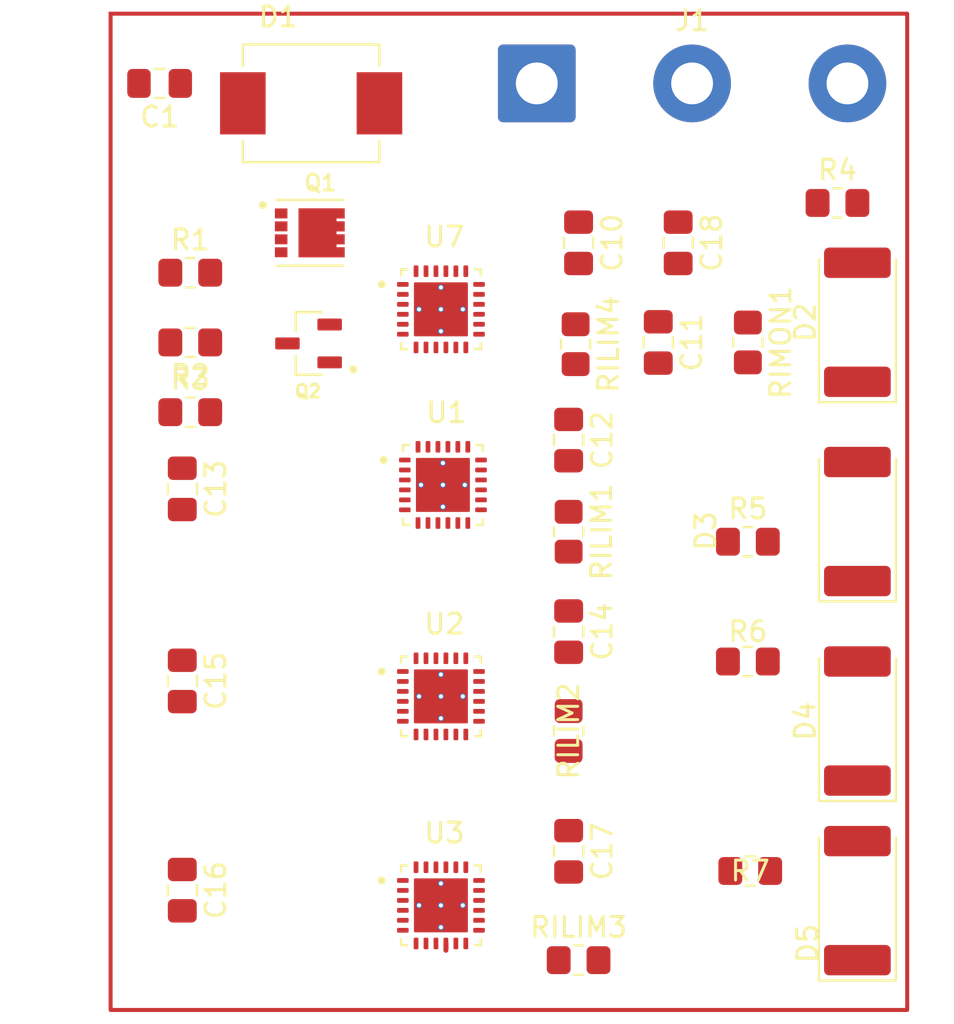
<source format=kicad_pcb>
(kicad_pcb (version 20240108) (generator "pcbnew") (generator_version "8.0")
  (layers (0 "F.Cu" signal) (31 "B.Cu" signal) (34 "B.Paste" user) (35 "F.Paste" user) (36 "B.SilkS" user "B.Silkscreen") (37 "F.SilkS" user "F.Silkscreen") (38 "B.Mask" user) (39 "F.Mask" user) (44 "Edge.Cuts" user))
  (net 0 "")
  (net 1 "Net-(J1-Pin_2)")
  (net 2 "GND")
  (net 3 "Net-(J1-Pin_1)")
  (net 4 "Net-(U1-dVdT)")
  (net 5 "Net-(C13-Pad1)")
  (net 6 "Net-(U1-UVLO)")
  (net 7 "Net-(U1-OVP)")
  (net 8 "Net-(U1-ILIM)")
  (net 9 "Net-(U2-ILIM)")
  (net 10 "Net-(U3-ILIM)")
  (net 11 "Net-(U7-ILIM)")
  (net 12 "Net-(U1-IMON)")
  (net 14 "Net-(U7-PGOOD)")
  (net 21 "Net-(U1-~{SHDN})")
  (net 25 "Net-(D2-A)")
  (net 34 "Net-(D3-A)")
  (net 36 "Net-(U1-PGOOD)")
  (net 44 "Net-(D4-A)")
  (net 49 "Net-(U7-DRV)")
  (net 57 "Net-(U2-PGOOD)")
  (net 58 "Net-(U7-B_GATE)")
  (net 60 "Net-(D5-A)")
  (net 61 "Net-(U3-PGTH)")
  (footprint "Connector_Wire:SolderWire-1.5sqmm_1x03_P7.8mm_D1.7mm_OD3.9mm" (layer "F.Cu") (at 113.4 73)
    (property "Reference" "J1" (at 7.8 -3.15 360) (layer "F.SilkS"))
    (property "Value" "Conn_01x03_Pin")
    (pad "1" thru_hole roundrect (at 0 0) (size 3.9 3.9) (drill 2.1) (layers "*.Cu" "*.Mask") (roundrect_rratio 0.064103) (net 3 "Net-(J1-Pin_1)"))
    (pad "2" thru_hole circle (at 7.8 0) (size 3.9 3.9) (drill 2.1) (layers "*.Cu" "*.Mask") (net 1 "Net-(J1-Pin_2)"))
    (pad "3" thru_hole circle (at 15.6 0) (size 3.9 3.9) (drill 2.1) (layers "*.Cu" "*.Mask") (net 2 "GND"))
  )
  (footprint "Resistor_SMD:R_0805_2012Metric_Pad1.20x1.40mm_HandSolder" (layer "F.Cu") (at 96 86 180)
    (property "Reference" "R2" (at 0 -1.65 0) (layer "F.SilkS"))
    (property "Value" "29.4 kΩ")
    (pad "1" smd roundrect (at -1 0 180) (size 1.2 1.4) (layers "F.Cu" "F.Paste" "F.Mask") (roundrect_rratio 0.208333) (net 6 "Net-(U1-UVLO)"))
    (pad "2" smd roundrect (at 1 0 180) (size 1.2 1.4) (layers "F.Cu" "F.Paste" "F.Mask") (roundrect_rratio 0.208333) (net 7 "Net-(U1-OVP)"))
  )
  (footprint "Capacitor_SMD:C_0805_2012Metric_Pad1.18x1.45mm_HandSolder" (layer "F.Cu") (at 120.5 81 -90)
    (property "Reference" "C18" (at 0 -1.68 90) (layer "F.SilkS"))
    (property "Value" "0.1uF")
    (pad "1" smd roundrect (at -1.0375 0 270) (size 1.175 1.45) (layers "F.Cu" "F.Paste" "F.Mask") (roundrect_rratio 0.212766) (net 3 "Net-(J1-Pin_1)"))
    (pad "2" smd roundrect (at 1.0375 0 270) (size 1.175 1.45) (layers "F.Cu" "F.Paste" "F.Mask") (roundrect_rratio 0.212766) (net 2 "GND"))
  )
  (footprint "Capacitor_SMD:C_0805_2012Metric_Pad1.18x1.45mm_HandSolder" (layer "F.Cu") (at 115 90.9 -90)
    (property "Reference" "C12" (at 0 -1.68 90) (layer "F.SilkS"))
    (property "Value" "0.1uF")
    (pad "1" smd roundrect (at -1.0375 0 270) (size 1.175 1.45) (layers "F.Cu" "F.Paste" "F.Mask") (roundrect_rratio 0.212766) (net 3 "Net-(J1-Pin_1)"))
    (pad "2" smd roundrect (at 1.0375 0 270) (size 1.175 1.45) (layers "F.Cu" "F.Paste" "F.Mask") (roundrect_rratio 0.212766) (net 2 "GND"))
  )
  (footprint "Capacitor_SMD:C_0805_2012Metric_Pad1.18x1.45mm_HandSolder" (layer "F.Cu") (at 115 100.5125 -90)
    (property "Reference" "C14" (at 0 -1.68 90) (layer "F.SilkS"))
    (property "Value" "0.1uF")
    (pad "1" smd roundrect (at -1.0375 0 270) (size 1.175 1.45) (layers "F.Cu" "F.Paste" "F.Mask") (roundrect_rratio 0.212766) (net 3 "Net-(J1-Pin_1)"))
    (pad "2" smd roundrect (at 1.0375 0 270) (size 1.175 1.45) (layers "F.Cu" "F.Paste" "F.Mask") (roundrect_rratio 0.212766) (net 2 "GND"))
  )
  (footprint "LED_SMD:LED_2512_6332Metric_Pad1.52x3.35mm_HandSolder" (layer "F.Cu") (at 129.5 84.9875 90)
    (property "Reference" "D2" (at 0 -2.62 90) (layer "F.SilkS"))
    (property "Value" "LED")
    (pad "1" smd roundrect (at -2.9875 0 90) (size 1.525 3.35) (layers "F.Cu" "F.Paste" "F.Mask") (roundrect_rratio 0.163934) (net 2 "GND"))
    (pad "2" smd roundrect (at 2.9875 0 90) (size 1.525 3.35) (layers "F.Cu" "F.Paste" "F.Mask") (roundrect_rratio 0.163934) (net 25 "Net-(D2-A)"))
  )
  (footprint "LED_SMD:LED_2512_6332Metric_Pad1.52x3.35mm_HandSolder" (layer "F.Cu") (at 129.5 114.0125 90)
    (property "Reference" "D5" (at -2.15 -2.5 90) (layer "F.SilkS"))
    (property "Value" "LED")
    (pad "1" smd roundrect (at -2.9875 0 90) (size 1.525 3.35) (layers "F.Cu" "F.Paste" "F.Mask") (roundrect_rratio 0.163934) (net 2 "GND"))
    (pad "2" smd roundrect (at 2.9875 0 90) (size 1.525 3.35) (layers "F.Cu" "F.Paste" "F.Mask") (roundrect_rratio 0.163934) (net 60 "Net-(D5-A)"))
  )
  (footprint "Resistor_SMD:R_0805_2012Metric_Pad1.20x1.40mm_HandSolder" (layer "F.Cu") (at 115.35 86.0875 -90)
    (property "Reference" "RILIM4" (at 0 -1.65 90) (layer "F.SilkS"))
    (property "Value" "3.33kΩ")
    (pad "1" smd roundrect (at -1 0 270) (size 1.2 1.4) (layers "F.Cu" "F.Paste" "F.Mask") (roundrect_rratio 0.208333) (net 11 "Net-(U7-ILIM)"))
    (pad "2" smd roundrect (at 1 0 270) (size 1.2 1.4) (layers "F.Cu" "F.Paste" "F.Mask") (roundrect_rratio 0.208333) (net 2 "GND"))
  )
  (footprint "LED_SMD:LED_2512_6332Metric_Pad1.52x3.35mm_HandSolder" (layer "F.Cu") (at 129.5 94.9875 90)
    (property "Reference" "D3" (at -0.475 -7.62 90) (layer "F.SilkS"))
    (property "Value" "LED")
    (pad "1" smd roundrect (at -2.9875 0 90) (size 1.525 3.35) (layers "F.Cu" "F.Paste" "F.Mask") (roundrect_rratio 0.163934) (net 2 "GND"))
    (pad "2" smd roundrect (at 2.9875 0 90) (size 1.525 3.35) (layers "F.Cu" "F.Paste" "F.Mask") (roundrect_rratio 0.163934) (net 34 "Net-(D3-A)"))
  )
  (footprint "Footprints:TRANS_CSD19537Q3" (layer "F.Cu") (at 102 80.5)
    (property "Reference" "Q1" (at 0.54 -2.508 0) (layer "F.SilkS") (effects (font (size 0.8 0.8))))
    (property "Value" "CSD19537Q3")
    (pad "1" smd rect (at -1.435 -0.975) (size 0.63 0.5) (layers "F.Cu" "F.Mask") (net 5 "Net-(C13-Pad1)"))
    (pad "2" smd rect (at -1.435 -0.325) (size 0.63 0.5) (layers "F.Cu" "F.Mask") (net 5 "Net-(C13-Pad1)"))
    (pad "3" smd rect (at -1.435 0.325) (size 0.63 0.5) (layers "F.Cu" "F.Mask") (net 5 "Net-(C13-Pad1)"))
    (pad "4" smd rect (at -1.435 0.975) (size 0.63 0.5) (layers "F.Cu" "F.Mask") (net 58 "Net-(U7-B_GATE)"))
    (pad "5_8" smd custom (at 0 0) (size 0.63 0.5) (layers "F.Cu") (net 1 "Net-(J1-Pin_2)") (options (clearance outline) (anchor rect)) (primitives (gr_poly (pts (xy 1.75 -1.225) (xy 1.75 -0.725) (xy 1.34 -0.725) (xy 1.34 -0.575) (xy 1.75 -0.575) (xy 1.75 -0.075) (xy 1.34 -0.075) (xy 1.34 0.075) (xy 1.75 0.075) (xy 1.75 0.575) (xy 1.34 0.575) (xy 1.34 0.725) (xy 1.75 0.725) (xy 1.75 1.225) (xy -0.56 1.225) (xy -0.56 -1.225)) (width 0.01) (fill yes))))
  )
  (footprint "Resistor_SMD:R_0805_2012Metric_Pad1.20x1.40mm_HandSolder" (layer "F.Cu") (at 124 86 -90)
    (property "Reference" "RIMON1" (at 0 -1.65 90) (layer "F.SilkS"))
    (property "Value" "2.46kΩ")
    (pad "1" smd roundrect (at -1 0 270) (size 1.2 1.4) (layers "F.Cu" "F.Paste" "F.Mask") (roundrect_rratio 0.208333) (net 12 "Net-(U1-IMON)"))
    (pad "2" smd roundrect (at 1 0 270) (size 1.2 1.4) (layers "F.Cu" "F.Paste" "F.Mask") (roundrect_rratio 0.208333) (net 2 "GND"))
  )
  (footprint "Capacitor_SMD:C_0805_2012Metric_Pad1.18x1.45mm_HandSolder" (layer "F.Cu") (at 95.6 113.4875 -90)
    (property "Reference" "C16" (at 0 -1.68 90) (layer "F.SilkS"))
    (property "Value" "0.1uF")
    (pad "1" smd roundrect (at -1.0375 0 270) (size 1.175 1.45) (layers "F.Cu" "F.Paste" "F.Mask") (roundrect_rratio 0.212766) (net 5 "Net-(C13-Pad1)"))
    (pad "2" smd roundrect (at 1.0375 0 270) (size 1.175 1.45) (layers "F.Cu" "F.Paste" "F.Mask") (roundrect_rratio 0.212766) (net 2 "GND"))
  )
  (footprint "Capacitor_SMD:C_0805_2012Metric_Pad1.18x1.45mm_HandSolder" (layer "F.Cu") (at 119.5 86 -90)
    (property "Reference" "C11" (at 0 -1.68 90) (layer "F.SilkS"))
    (property "Value" "0.1uF")
    (pad "1" smd roundrect (at -1.0375 0 270) (size 1.175 1.45) (layers "F.Cu" "F.Paste" "F.Mask") (roundrect_rratio 0.212766) (net 4 "Net-(U1-dVdT)"))
    (pad "2" smd roundrect (at 1.0375 0 270) (size 1.175 1.45) (layers "F.Cu" "F.Paste" "F.Mask") (roundrect_rratio 0.212766) (net 2 "GND"))
  )
  (footprint "Resistor_SMD:R_0805_2012Metric_Pad1.20x1.40mm_HandSolder" (layer "F.Cu") (at 124.12 112.525)
    (property "Reference" "R7" (at 0 0 0) (layer "F.SilkS"))
    (property "Value" "29.4 kΩ")
    (pad "1" smd roundrect (at -1 0) (size 1.2 1.4) (layers "F.Cu" "F.Paste" "F.Mask") (roundrect_rratio 0.208333) (net 61 "Net-(U3-PGTH)"))
    (pad "2" smd roundrect (at 1 0) (size 1.2 1.4) (layers "F.Cu" "F.Paste" "F.Mask") (roundrect_rratio 0.208333) (net 60 "Net-(D5-A)"))
  )
  (footprint "Capacitor_SMD:C_0805_2012Metric_Pad1.18x1.45mm_HandSolder" (layer "F.Cu") (at 95.6 102.9875 -90)
    (property "Reference" "C15" (at 0 -1.68 90) (layer "F.SilkS"))
    (property "Value" "0.1uF")
    (pad "1" smd roundrect (at -1.0375 0 270) (size 1.175 1.45) (layers "F.Cu" "F.Paste" "F.Mask") (roundrect_rratio 0.212766) (net 5 "Net-(C13-Pad1)"))
    (pad "2" smd roundrect (at 1.0375 0 270) (size 1.175 1.45) (layers "F.Cu" "F.Paste" "F.Mask") (roundrect_rratio 0.212766) (net 2 "GND"))
  )
  (footprint "Capacitor_SMD:C_0805_2012Metric_Pad1.18x1.45mm_HandSolder" (layer "F.Cu") (at 94.4625 73 180)
    (property "Reference" "C1" (at 0 -1.68 0) (layer "F.SilkS"))
    (property "Value" "1uF")
    (pad "1" smd roundrect (at -1.0375 0 180) (size 1.175 1.45) (layers "F.Cu" "F.Paste" "F.Mask") (roundrect_rratio 0.212766) (net 1 "Net-(J1-Pin_2)"))
    (pad "2" smd roundrect (at 1.0375 0 180) (size 1.175 1.45) (layers "F.Cu" "F.Paste" "F.Mask") (roundrect_rratio 0.212766) (net 2 "GND"))
  )
  (footprint "Footprints:QFN50P400X400X100-25N" (layer "F.Cu") (at 108.5875 84.3375)
    (property "Reference" "U7" (at 0.175 -3.635 0) (layer "F.SilkS"))
    (property "Value" "TPS26630RGE")
    (pad "1" smd roundrect (at -1.9125 -1.25) (size 0.58 0.24) (layers "F.Cu" "F.Paste") (roundrect_rratio 0.225) (net 5 "Net-(C13-Pad1)"))
    (pad "2" smd roundrect (at -1.9125 -0.75) (size 0.58 0.24) (layers "F.Cu" "F.Paste") (roundrect_rratio 0.225) (net 5 "Net-(C13-Pad1)"))
    (pad "3" smd roundrect (at -1.9125 -0.25) (size 0.58 0.24) (layers "F.Cu" "F.Paste") (roundrect_rratio 0.225) (net 58 "Net-(U7-B_GATE)"))
    (pad "4" smd roundrect (at -1.9125 0.25) (size 0.58 0.24) (layers "F.Cu" "F.Paste") (roundrect_rratio 0.225) (net 49 "Net-(U7-DRV)"))
    (pad "5" smd roundrect (at -1.9125 0.75) (size 0.58 0.24) (layers "F.Cu" "F.Paste") (roundrect_rratio 0.225) (net 1 "Net-(J1-Pin_2)"))
    (pad "6" smd roundrect (at -1.9125 1.25) (size 0.58 0.24) (layers "F.Cu" "F.Paste") (roundrect_rratio 0.225) (net 6 "Net-(U1-UVLO)"))
    (pad "7" smd roundrect (at -1.25 1.9125) (size 0.24 0.58) (layers "F.Cu" "F.Paste") (roundrect_rratio 0.225) (net 7 "Net-(U1-OVP)"))
    (pad "8" smd roundrect (at -0.75 1.9125) (size 0.24 0.58) (layers "F.Cu" "F.Paste") (roundrect_rratio 0.225) (net 2 "GND"))
    (pad "9" smd roundrect (at -0.25 1.9125) (size 0.24 0.58) (layers "F.Cu" "F.Paste") (roundrect_rratio 0.225) (net 4 "Net-(U1-dVdT)"))
    (pad "10" smd roundrect (at 0.25 1.9125) (size 0.24 0.58) (layers "F.Cu" "F.Paste") (roundrect_rratio 0.225) (net 11 "Net-(U7-ILIM)"))
    (pad "11" smd roundrect (at 0.75 1.9125) (size 0.24 0.58) (layers "F.Cu" "F.Paste") (roundrect_rratio 0.225) (net 2 "GND"))
    (pad "12" smd roundrect (at 1.25 1.9125) (size 0.24 0.58) (layers "F.Cu" "F.Paste") (roundrect_rratio 0.225) (net 21 "Net-(U1-~{SHDN})"))
    (pad "13" smd roundrect (at 1.9125 1.25) (size 0.58 0.24) (layers "F.Cu" "F.Paste") (roundrect_rratio 0.225) (net 12 "Net-(U1-IMON)"))
    (pad "14" smd roundrect (at 1.9125 0.75) (size 0.58 0.24) (layers "F.Cu" "F.Paste") (roundrect_rratio 0.225))
    (pad "15" smd roundrect (at 1.9125 0.25) (size 0.58 0.24) (layers "F.Cu" "F.Paste") (roundrect_rratio 0.225))
    (pad "16" smd roundrect (at 1.9125 -0.25) (size 0.58 0.24) (layers "F.Cu" "F.Paste") (roundrect_rratio 0.225) (net 14 "Net-(U7-PGOOD)"))
    (pad "17" smd roundrect (at 1.9125 -0.75) (size 0.58 0.24) (layers "F.Cu" "F.Paste") (roundrect_rratio 0.225) (net 3 "Net-(J1-Pin_1)"))
    (pad "18" smd roundrect (at 1.9125 -1.25) (size 0.58 0.24) (layers "F.Cu" "F.Paste") (roundrect_rratio 0.225) (net 3 "Net-(J1-Pin_1)"))
    (pad "19" smd roundrect (at 1.25 -1.9125) (size 0.24 0.58) (layers "F.Cu" "F.Paste") (roundrect_rratio 0.225))
    (pad "20" smd roundrect (at 0.75 -1.9125) (size 0.24 0.58) (layers "F.Cu" "F.Paste") (roundrect_rratio 0.225))
    (pad "21" smd roundrect (at 0.25 -1.9125) (size 0.24 0.58) (layers "F.Cu" "F.Paste") (roundrect_rratio 0.225))
    (pad "22" smd roundrect (at -0.25 -1.9125) (size 0.24 0.58) (layers "F.Cu" "F.Paste") (roundrect_rratio 0.225))
    (pad "23" smd roundrect (at -0.75 -1.9125) (size 0.24 0.58) (layers "F.Cu" "F.Paste") (roundrect_rratio 0.225))
    (pad "24" smd roundrect (at -1.25 -1.9125) (size 0.24 0.58) (layers "F.Cu" "F.Paste") (roundrect_rratio 0.225))
    (pad "25" smd custom (at 0 0) (size 0.1 0.1) (layers "F.Cu") (net 2 "GND") (options (clearance outline) (anchor rect)) (primitives (gr_poly (pts (xy 1.35 1.3) (xy 1.35 -1.3) (xy 1.35 -1.303) (xy 1.35 -1.305) (xy 1.349 -1.308) (xy 1.349 -1.31) (xy 1.348 -1.313) (xy 1.348 -1.315) (xy 1.347 -1.318) (xy 1.346 -1.32) (xy 1.345 -1.323) (xy 1.343 -1.325) (xy 1.342 -1.327) (xy 1.34 -1.329) (xy 1.339 -1.331) (xy 1.337 -1.333) (xy 1.335 -1.335) (xy 1.333 -1.337) (xy 1.331 -1.339) (xy 1.329 -1.34) (xy 1.327 -1.342) (xy 1.325 -1.343) (xy 1.323 -1.345) (xy 1.32 -1.346) (xy 1.318 -1.347) (xy 1.315 -1.348) (xy 1.313 -1.348) (xy 1.31 -1.349) (xy 1.308 -1.349) (xy 1.305 -1.35) (xy 1.303 -1.35) (xy 1.3 -1.35) (xy -1.3 -1.35) (xy -1.303 -1.35) (xy -1.305 -1.35) (xy -1.308 -1.349) (xy -1.31 -1.349) (xy -1.313 -1.348) (xy -1.315 -1.348) (xy -1.318 -1.347) (xy -1.32 -1.346) (xy -1.323 -1.345) (xy -1.325 -1.343) (xy -1.327 -1.342) (xy -1.329 -1.34) (xy -1.331 -1.339) (xy -1.333 -1.337) (xy -1.335 -1.335) (xy -1.337 -1.333) (xy -1.339 -1.331) (xy -1.34 -1.329) (xy -1.342 -1.327) (xy -1.343 -1.325) (xy -1.345 -1.323) (xy -1.346 -1.32) (xy -1.347 -1.318) (xy -1.348 -1.315) (xy -1.348 -1.313) (xy -1.349 -1.31) (xy -1.349 -1.308) (xy -1.35 -1.305) (xy -1.35 -1.303) (xy -1.35 -1.3) (xy -1.35 1.3) (xy -1.35 1.303) (xy -1.35 1.305) (xy -1.349 1.308) (xy -1.349 1.31) (xy -1.348 1.313) (xy -1.348 1.315) (xy -1.347 1.318) (xy -1.346 1.32) (xy -1.345 1.323) (xy -1.343 1.325) (xy -1.342 1.327) (xy -1.34 1.329) (xy -1.339 1.331) (xy -1.337 1.333) (xy -1.335 1.335) (xy -1.333 1.337) (xy -1.331 1.339) (xy -1.329 1.34) (xy -1.327 1.342) (xy -1.325 1.343) (xy -1.323 1.345) (xy -1.32 1.346) (xy -1.318 1.347) (xy -1.315 1.348) (xy -1.313 1.348) (xy -1.31 1.349) (xy -1.308 1.349) (xy -1.305 1.35) (xy -1.303 1.35) (xy -1.3 1.35) (xy 1.3 1.35) (xy 1.303 1.35) (xy 1.305 1.35) (xy 1.308 1.349) (xy 1.31 1.349) (xy 1.313 1.348) (xy 1.315 1.348) (xy 1.318 1.347) (xy 1.32 1.346) (xy 1.323 1.345) (xy 1.325 1.343) (xy 1.327 1.342) (xy 1.329 1.34) (xy 1.331 1.339) (xy 1.333 1.337) (xy 1.335 1.335) (xy 1.337 1.333) (xy 1.339 1.331) (xy 1.34 1.329) (xy 1.342 1.327) (xy 1.343 1.325) (xy 1.345 1.323) (xy 1.346 1.32) (xy 1.347 1.318) (xy 1.348 1.315) (xy 1.348 1.313) (xy 1.349 1.31) (xy 1.349 1.308) (xy 1.35 1.305) (xy 1.35 1.303) (xy 1.35 1.3)) (width 0.01) (fill yes))))
    (pad "26" thru_hole circle (at 0 0) (size 0.3 0.3) (drill 0.2) (layers "*.Cu"))
    (pad "27" thru_hole circle (at 1.1 0) (size 0.3 0.3) (drill 0.2) (layers "*.Cu"))
    (pad "28" thru_hole circle (at 0 -1.1) (size 0.3 0.3) (drill 0.2) (layers "*.Cu"))
    (pad "29" thru_hole circle (at -1.1 0) (size 0.3 0.3) (drill 0.2) (layers "*.Cu"))
    (pad "30" thru_hole circle (at 0 1.1) (size 0.3 0.3) (drill 0.2) (layers "*.Cu"))
  )
  (footprint "Resistor_SMD:R_0805_2012Metric_Pad1.20x1.40mm_HandSolder" (layer "F.Cu") (at 115.5 117)
    (property "Reference" "RILIM3" (at 0 -1.65 0) (layer "F.SilkS"))
    (property "Value" "3.33kΩ")
    (pad "1" smd roundrect (at -1 0) (size 1.2 1.4) (layers "F.Cu" "F.Paste" "F.Mask") (roundrect_rratio 0.208333) (net 10 "Net-(U3-ILIM)"))
    (pad "2" smd roundrect (at 1 0) (size 1.2 1.4) (layers "F.Cu" "F.Paste" "F.Mask") (roundrect_rratio 0.208333) (net 2 "GND"))
  )
  (footprint "Resistor_SMD:R_0805_2012Metric_Pad1.20x1.40mm_HandSolder" (layer "F.Cu") (at 115 95.5 -90)
    (property "Reference" "RILIM1" (at 0 -1.65 90) (layer "F.SilkS"))
    (property "Value" "3.33kΩ")
    (pad "1" smd roundrect (at -1 0 270) (size 1.2 1.4) (layers "F.Cu" "F.Paste" "F.Mask") (roundrect_rratio 0.208333) (net 8 "Net-(U1-ILIM)"))
    (pad "2" smd roundrect (at 1 0 270) (size 1.2 1.4) (layers "F.Cu" "F.Paste" "F.Mask") (roundrect_rratio 0.208333) (net 2 "GND"))
  )
  (footprint "Footprints:QFN50P400X400X100-25N" (layer "F.Cu") (at 108.5875 103.7625)
    (property "Reference" "U2" (at 0.175 -3.635 0) (layer "F.SilkS"))
    (property "Value" "TPS26630RGE")
    (pad "1" smd roundrect (at -1.9125 -1.25) (size 0.58 0.24) (layers "F.Cu" "F.Paste") (roundrect_rratio 0.225) (net 5 "Net-(C13-Pad1)"))
    (pad "2" smd roundrect (at -1.9125 -0.75) (size 0.58 0.24) (layers "F.Cu" "F.Paste") (roundrect_rratio 0.225) (net 5 "Net-(C13-Pad1)"))
    (pad "3" smd roundrect (at -1.9125 -0.25) (size 0.58 0.24) (layers "F.Cu" "F.Paste") (roundrect_rratio 0.225))
    (pad "4" smd roundrect (at -1.9125 0.25) (size 0.58 0.24) (layers "F.Cu" "F.Paste") (roundrect_rratio 0.225))
    (pad "5" smd roundrect (at -1.9125 0.75) (size 0.58 0.24) (layers "F.Cu" "F.Paste") (roundrect_rratio 0.225) (net 1 "Net-(J1-Pin_2)"))
    (pad "6" smd roundrect (at -1.9125 1.25) (size 0.58 0.24) (layers "F.Cu" "F.Paste") (roundrect_rratio 0.225) (net 6 "Net-(U1-UVLO)"))
    (pad "7" smd roundrect (at -1.25 1.9125) (size 0.24 0.58) (layers "F.Cu" "F.Paste") (roundrect_rratio 0.225) (net 7 "Net-(U1-OVP)"))
    (pad "8" smd roundrect (at -0.75 1.9125) (size 0.24 0.58) (layers "F.Cu" "F.Paste") (roundrect_rratio 0.225) (net 2 "GND"))
    (pad "9" smd roundrect (at -0.25 1.9125) (size 0.24 0.58) (layers "F.Cu" "F.Paste") (roundrect_rratio 0.225) (net 4 "Net-(U1-dVdT)"))
    (pad "10" smd roundrect (at 0.25 1.9125) (size 0.24 0.58) (layers "F.Cu" "F.Paste") (roundrect_rratio 0.225) (net 9 "Net-(U2-ILIM)"))
    (pad "11" smd roundrect (at 0.75 1.9125) (size 0.24 0.58) (layers "F.Cu" "F.Paste") (roundrect_rratio 0.225) (net 2 "GND"))
    (pad "12" smd roundrect (at 1.25 1.9125) (size 0.24 0.58) (layers "F.Cu" "F.Paste") (roundrect_rratio 0.225) (net 21 "Net-(U1-~{SHDN})"))
    (pad "13" smd roundrect (at 1.9125 1.25) (size 0.58 0.24) (layers "F.Cu" "F.Paste") (roundrect_rratio 0.225) (net 12 "Net-(U1-IMON)"))
    (pad "14" smd roundrect (at 1.9125 0.75) (size 0.58 0.24) (layers "F.Cu" "F.Paste") (roundrect_rratio 0.225))
    (pad "15" smd roundrect (at 1.9125 0.25) (size 0.58 0.24) (layers "F.Cu" "F.Paste") (roundrect_rratio 0.225))
    (pad "16" smd roundrect (at 1.9125 -0.25) (size 0.58 0.24) (layers "F.Cu" "F.Paste") (roundrect_rratio 0.225) (net 57 "Net-(U2-PGOOD)"))
    (pad "17" smd roundrect (at 1.9125 -0.75) (size 0.58 0.24) (layers "F.Cu" "F.Paste") (roundrect_rratio 0.225) (net 3 "Net-(J1-Pin_1)"))
    (pad "18" smd roundrect (at 1.9125 -1.25) (size 0.58 0.24) (layers "F.Cu" "F.Paste") (roundrect_rratio 0.225) (net 3 "Net-(J1-Pin_1)"))
    (pad "19" smd roundrect (at 1.25 -1.9125) (size 0.24 0.58) (layers "F.Cu" "F.Paste") (roundrect_rratio 0.225))
    (pad "20" smd roundrect (at 0.75 -1.9125) (size 0.24 0.58) (layers "F.Cu" "F.Paste") (roundrect_rratio 0.225))
    (pad "21" smd roundrect (at 0.25 -1.9125) (size 0.24 0.58) (layers "F.Cu" "F.Paste") (roundrect_rratio 0.225))
    (pad "22" smd roundrect (at -0.25 -1.9125) (size 0.24 0.58) (layers "F.Cu" "F.Paste") (roundrect_rratio 0.225))
    (pad "23" smd roundrect (at -0.75 -1.9125) (size 0.24 0.58) (layers "F.Cu" "F.Paste") (roundrect_rratio 0.225))
    (pad "24" smd roundrect (at -1.25 -1.9125) (size 0.24 0.58) (layers "F.Cu" "F.Paste") (roundrect_rratio 0.225))
    (pad "25" smd custom (at 0 0) (size 0.1 0.1) (layers "F.Cu") (net 2 "GND") (options (clearance outline) (anchor rect)) (primitives (gr_poly (pts (xy 1.35 1.3) (xy 1.35 -1.3) (xy 1.35 -1.303) (xy 1.35 -1.305) (xy 1.349 -1.308) (xy 1.349 -1.31) (xy 1.348 -1.313) (xy 1.348 -1.315) (xy 1.347 -1.318) (xy 1.346 -1.32) (xy 1.345 -1.323) (xy 1.343 -1.325) (xy 1.342 -1.327) (xy 1.34 -1.329) (xy 1.339 -1.331) (xy 1.337 -1.333) (xy 1.335 -1.335) (xy 1.333 -1.337) (xy 1.331 -1.339) (xy 1.329 -1.34) (xy 1.327 -1.342) (xy 1.325 -1.343) (xy 1.323 -1.345) (xy 1.32 -1.346) (xy 1.318 -1.347) (xy 1.315 -1.348) (xy 1.313 -1.348) (xy 1.31 -1.349) (xy 1.308 -1.349) (xy 1.305 -1.35) (xy 1.303 -1.35) (xy 1.3 -1.35) (xy -1.3 -1.35) (xy -1.303 -1.35) (xy -1.305 -1.35) (xy -1.308 -1.349) (xy -1.31 -1.349) (xy -1.313 -1.348) (xy -1.315 -1.348) (xy -1.318 -1.347) (xy -1.32 -1.346) (xy -1.323 -1.345) (xy -1.325 -1.343) (xy -1.327 -1.342) (xy -1.329 -1.34) (xy -1.331 -1.339) (xy -1.333 -1.337) (xy -1.335 -1.335) (xy -1.337 -1.333) (xy -1.339 -1.331) (xy -1.34 -1.329) (xy -1.342 -1.327) (xy -1.343 -1.325) (xy -1.345 -1.323) (xy -1.346 -1.32) (xy -1.347 -1.318) (xy -1.348 -1.315) (xy -1.348 -1.313) (xy -1.349 -1.31) (xy -1.349 -1.308) (xy -1.35 -1.305) (xy -1.35 -1.303) (xy -1.35 -1.3) (xy -1.35 1.3) (xy -1.35 1.303) (xy -1.35 1.305) (xy -1.349 1.308) (xy -1.349 1.31) (xy -1.348 1.313) (xy -1.348 1.315) (xy -1.347 1.318) (xy -1.346 1.32) (xy -1.345 1.323) (xy -1.343 1.325) (xy -1.342 1.327) (xy -1.34 1.329) (xy -1.339 1.331) (xy -1.337 1.333) (xy -1.335 1.335) (xy -1.333 1.337) (xy -1.331 1.339) (xy -1.329 1.34) (xy -1.327 1.342) (xy -1.325 1.343) (xy -1.323 1.345) (xy -1.32 1.346) (xy -1.318 1.347) (xy -1.315 1.348) (xy -1.313 1.348) (xy -1.31 1.349) (xy -1.308 1.349) (xy -1.305 1.35) (xy -1.303 1.35) (xy -1.3 1.35) (xy 1.3 1.35) (xy 1.303 1.35) (xy 1.305 1.35) (xy 1.308 1.349) (xy 1.31 1.349) (xy 1.313 1.348) (xy 1.315 1.348) (xy 1.318 1.347) (xy 1.32 1.346) (xy 1.323 1.345) (xy 1.325 1.343) (xy 1.327 1.342) (xy 1.329 1.34) (xy 1.331 1.339) (xy 1.333 1.337) (xy 1.335 1.335) (xy 1.337 1.333) (xy 1.339 1.331) (xy 1.34 1.329) (xy 1.342 1.327) (xy 1.343 1.325) (xy 1.345 1.323) (xy 1.346 1.32) (xy 1.347 1.318) (xy 1.348 1.315) (xy 1.348 1.313) (xy 1.349 1.31) (xy 1.349 1.308) (xy 1.35 1.305) (xy 1.35 1.303) (xy 1.35 1.3)) (width 0.01) (fill yes))))
    (pad "26" thru_hole circle (at 0 0) (size 0.3 0.3) (drill 0.2) (layers "*.Cu"))
    (pad "27" thru_hole circle (at 1.1 0) (size 0.3 0.3) (drill 0.2) (layers "*.Cu"))
    (pad "28" thru_hole circle (at 0 -1.1) (size 0.3 0.3) (drill 0.2) (layers "*.Cu"))
    (pad "29" thru_hole circle (at -1.1 0) (size 0.3 0.3) (drill 0.2) (layers "*.Cu"))
    (pad "30" thru_hole circle (at 0 1.1) (size 0.3 0.3) (drill 0.2) (layers "*.Cu"))
  )
  (footprint "Footprints:QFN50P400X400X100-25N" (layer "F.Cu") (at 108.5875 114.25)
    (property "Reference" "U3" (at 0.175 -3.635 0) (layer "F.SilkS"))
    (property "Value" "TPS26630RGE")
    (pad "1" smd roundrect (at -1.9125 -1.25) (size 0.58 0.24) (layers "F.Cu" "F.Paste") (roundrect_rratio 0.225) (net 5 "Net-(C13-Pad1)"))
    (pad "2" smd roundrect (at -1.9125 -0.75) (size 0.58 0.24) (layers "F.Cu" "F.Paste") (roundrect_rratio 0.225) (net 5 "Net-(C13-Pad1)"))
    (pad "3" smd roundrect (at -1.9125 -0.25) (size 0.58 0.24) (layers "F.Cu" "F.Paste") (roundrect_rratio 0.225))
    (pad "4" smd roundrect (at -1.9125 0.25) (size 0.58 0.24) (layers "F.Cu" "F.Paste") (roundrect_rratio 0.225))
    (pad "5" smd roundrect (at -1.9125 0.75) (size 0.58 0.24) (layers "F.Cu" "F.Paste") (roundrect_rratio 0.225) (net 1 "Net-(J1-Pin_2)"))
    (pad "6" smd roundrect (at -1.9125 1.25) (size 0.58 0.24) (layers "F.Cu" "F.Paste") (roundrect_rratio 0.225) (net 6 "Net-(U1-UVLO)"))
    (pad "7" smd roundrect (at -1.25 1.9125) (size 0.24 0.58) (layers "F.Cu" "F.Paste") (roundrect_rratio 0.225) (net 7 "Net-(U1-OVP)"))
    (pad "8" smd roundrect (at -0.75 1.9125) (size 0.24 0.58) (layers "F.Cu" "F.Paste") (roundrect_rratio 0.225) (net 2 "GND"))
    (pad "9" smd roundrect (at -0.25 1.9125) (size 0.24 0.58) (layers "F.Cu" "F.Paste") (roundrect_rratio 0.225) (net 4 "Net-(U1-dVdT)"))
    (pad "10" smd roundrect (at 0.25 1.9125) (size 0.24 0.58) (layers "F.Cu" "F.Paste") (roundrect_rratio 0.225) (net 10 "Net-(U3-ILIM)"))
    (pad "11" smd roundrect (at 0.75 1.9125) (size 0.24 0.58) (layers "F.Cu" "F.Paste") (roundrect_rratio 0.225) (net 2 "GND"))
    (pad "12" smd roundrect (at 1.25 1.9125) (size 0.24 0.58) (layers "F.Cu" "F.Paste") (roundrect_rratio 0.225) (net 21 "Net-(U1-~{SHDN})"))
    (pad "13" smd roundrect (at 1.9125 1.25) (size 0.58 0.24) (layers "F.Cu" "F.Paste") (roundrect_rratio 0.225) (net 12 "Net-(U1-IMON)"))
    (pad "14" smd roundrect (at 1.9125 0.75) (size 0.58 0.24) (layers "F.Cu" "F.Paste") (roundrect_rratio 0.225))
    (pad "15" smd roundrect (at 1.9125 0.25) (size 0.58 0.24) (layers "F.Cu" "F.Paste") (roundrect_rratio 0.225) (net 61 "Net-(U3-PGTH)"))
    (pad "16" smd roundrect (at 1.9125 -0.25) (size 0.58 0.24) (layers "F.Cu" "F.Paste") (roundrect_rratio 0.225))
    (pad "17" smd roundrect (at 1.9125 -0.75) (size 0.58 0.24) (layers "F.Cu" "F.Paste") (roundrect_rratio 0.225) (net 3 "Net-(J1-Pin_1)"))
    (pad "18" smd roundrect (at 1.9125 -1.25) (size 0.58 0.24) (layers "F.Cu" "F.Paste") (roundrect_rratio 0.225) (net 3 "Net-(J1-Pin_1)"))
    (pad "19" smd roundrect (at 1.25 -1.9125) (size 0.24 0.58) (layers "F.Cu" "F.Paste") (roundrect_rratio 0.225))
    (pad "20" smd roundrect (at 0.75 -1.9125) (size 0.24 0.58) (layers "F.Cu" "F.Paste") (roundrect_rratio 0.225))
    (pad "21" smd roundrect (at 0.25 -1.9125) (size 0.24 0.58) (layers "F.Cu" "F.Paste") (roundrect_rratio 0.225))
    (pad "22" smd roundrect (at -0.25 -1.9125) (size 0.24 0.58) (layers "F.Cu" "F.Paste") (roundrect_rratio 0.225))
    (pad "23" smd roundrect (at -0.75 -1.9125) (size 0.24 0.58) (layers "F.Cu" "F.Paste") (roundrect_rratio 0.225))
    (pad "24" smd roundrect (at -1.25 -1.9125) (size 0.24 0.58) (layers "F.Cu" "F.Paste") (roundrect_rratio 0.225))
    (pad "25" smd custom (at 0 0) (size 0.1 0.1) (layers "F.Cu") (net 2 "GND") (options (clearance outline) (anchor rect)) (primitives (gr_poly (pts (xy 1.35 1.3) (xy 1.35 -1.3) (xy 1.35 -1.303) (xy 1.35 -1.305) (xy 1.349 -1.308) (xy 1.349 -1.31) (xy 1.348 -1.313) (xy 1.348 -1.315) (xy 1.347 -1.318) (xy 1.346 -1.32) (xy 1.345 -1.323) (xy 1.343 -1.325) (xy 1.342 -1.327) (xy 1.34 -1.329) (xy 1.339 -1.331) (xy 1.337 -1.333) (xy 1.335 -1.335) (xy 1.333 -1.337) (xy 1.331 -1.339) (xy 1.329 -1.34) (xy 1.327 -1.342) (xy 1.325 -1.343) (xy 1.323 -1.345) (xy 1.32 -1.346) (xy 1.318 -1.347) (xy 1.315 -1.348) (xy 1.313 -1.348) (xy 1.31 -1.349) (xy 1.308 -1.349) (xy 1.305 -1.35) (xy 1.303 -1.35) (xy 1.3 -1.35) (xy -1.3 -1.35) (xy -1.303 -1.35) (xy -1.305 -1.35) (xy -1.308 -1.349) (xy -1.31 -1.349) (xy -1.313 -1.348) (xy -1.315 -1.348) (xy -1.318 -1.347) (xy -1.32 -1.346) (xy -1.323 -1.345) (xy -1.325 -1.343) (xy -1.327 -1.342) (xy -1.329 -1.34) (xy -1.331 -1.339) (xy -1.333 -1.337) (xy -1.335 -1.335) (xy -1.337 -1.333) (xy -1.339 -1.331) (xy -1.34 -1.329) (xy -1.342 -1.327) (xy -1.343 -1.325) (xy -1.345 -1.323) (xy -1.346 -1.32) (xy -1.347 -1.318) (xy -1.348 -1.315) (xy -1.348 -1.313) (xy -1.349 -1.31) (xy -1.349 -1.308) (xy -1.35 -1.305) (xy -1.35 -1.303) (xy -1.35 -1.3) (xy -1.35 1.3) (xy -1.35 1.303) (xy -1.35 1.305) (xy -1.349 1.308) (xy -1.349 1.31) (xy -1.348 1.313) (xy -1.348 1.315) (xy -1.347 1.318) (xy -1.346 1.32) (xy -1.345 1.323) (xy -1.343 1.325) (xy -1.342 1.327) (xy -1.34 1.329) (xy -1.339 1.331) (xy -1.337 1.333) (xy -1.335 1.335) (xy -1.333 1.337) (xy -1.331 1.339) (xy -1.329 1.34) (xy -1.327 1.342) (xy -1.325 1.343) (xy -1.323 1.345) (xy -1.32 1.346) (xy -1.318 1.347) (xy -1.315 1.348) (xy -1.313 1.348) (xy -1.31 1.349) (xy -1.308 1.349) (xy -1.305 1.35) (xy -1.303 1.35) (xy -1.3 1.35) (xy 1.3 1.35) (xy 1.303 1.35) (xy 1.305 1.35) (xy 1.308 1.349) (xy 1.31 1.349) (xy 1.313 1.348) (xy 1.315 1.348) (xy 1.318 1.347) (xy 1.32 1.346) (xy 1.323 1.345) (xy 1.325 1.343) (xy 1.327 1.342) (xy 1.329 1.34) (xy 1.331 1.339) (xy 1.333 1.337) (xy 1.335 1.335) (xy 1.337 1.333) (xy 1.339 1.331) (xy 1.34 1.329) (xy 1.342 1.327) (xy 1.343 1.325) (xy 1.345 1.323) (xy 1.346 1.32) (xy 1.347 1.318) (xy 1.348 1.315) (xy 1.348 1.313) (xy 1.349 1.31) (xy 1.349 1.308) (xy 1.35 1.305) (xy 1.35 1.303) (xy 1.35 1.3)) (width 0.01) (fill yes))))
    (pad "26" thru_hole circle (at 0 0) (size 0.3 0.3) (drill 0.2) (layers "*.Cu"))
    (pad "27" thru_hole circle (at 1.1 0) (size 0.3 0.3) (drill 0.2) (layers "*.Cu"))
    (pad "28" thru_hole circle (at 0 -1.1) (size 0.3 0.3) (drill 0.2) (layers "*.Cu"))
    (pad "29" thru_hole circle (at -1.1 0) (size 0.3 0.3) (drill 0.2) (layers "*.Cu"))
    (pad "30" thru_hole circle (at 0 1.1) (size 0.3 0.3) (drill 0.2) (layers "*.Cu"))
  )
  (footprint "Capacitor_SMD:C_0805_2012Metric_Pad1.18x1.45mm_HandSolder" (layer "F.Cu") (at 115 111.5375 -90)
    (property "Reference" "C17" (at 0 -1.68 90) (layer "F.SilkS"))
    (property "Value" "0.1uF")
    (pad "1" smd roundrect (at -1.0375 0 270) (size 1.175 1.45) (layers "F.Cu" "F.Paste" "F.Mask") (roundrect_rratio 0.212766) (net 3 "Net-(J1-Pin_1)"))
    (pad "2" smd roundrect (at 1.0375 0 270) (size 1.175 1.45) (layers "F.Cu" "F.Paste" "F.Mask") (roundrect_rratio 0.212766) (net 2 "GND"))
  )
  (footprint "Resistor_SMD:R_0805_2012Metric_Pad1.20x1.40mm_HandSolder" (layer "F.Cu") (at 115 105.5 90)
    (property "Reference" "RILIM2" (at 0 0 90) (layer "F.SilkS"))
    (property "Value" "3.33kΩ")
    (pad "1" smd roundrect (at -1 0 90) (size 1.2 1.4) (layers "F.Cu" "F.Paste" "F.Mask") (roundrect_rratio 0.208333) (net 9 "Net-(U2-ILIM)"))
    (pad "2" smd roundrect (at 1 0 90) (size 1.2 1.4) (layers "F.Cu" "F.Paste" "F.Mask") (roundrect_rratio 0.208333) (net 2 "GND"))
  )
  (footprint "Footprints:QFN50P400X400X100-25N" (layer "F.Cu") (at 108.6875 93.15)
    (property "Reference" "U1" (at 0.175 -3.635 0) (layer "F.SilkS"))
    (property "Value" "TPS26630RGE")
    (pad "1" smd roundrect (at -1.9125 -1.25) (size 0.58 0.24) (layers "F.Cu" "F.Paste") (roundrect_rratio 0.225) (net 5 "Net-(C13-Pad1)"))
    (pad "2" smd roundrect (at -1.9125 -0.75) (size 0.58 0.24) (layers "F.Cu" "F.Paste") (roundrect_rratio 0.225) (net 5 "Net-(C13-Pad1)"))
    (pad "3" smd roundrect (at -1.9125 -0.25) (size 0.58 0.24) (layers "F.Cu" "F.Paste") (roundrect_rratio 0.225))
    (pad "4" smd roundrect (at -1.9125 0.25) (size 0.58 0.24) (layers "F.Cu" "F.Paste") (roundrect_rratio 0.225))
    (pad "5" smd roundrect (at -1.9125 0.75) (size 0.58 0.24) (layers "F.Cu" "F.Paste") (roundrect_rratio 0.225) (net 1 "Net-(J1-Pin_2)"))
    (pad "6" smd roundrect (at -1.9125 1.25) (size 0.58 0.24) (layers "F.Cu" "F.Paste") (roundrect_rratio 0.225) (net 6 "Net-(U1-UVLO)"))
    (pad "7" smd roundrect (at -1.25 1.9125) (size 0.24 0.58) (layers "F.Cu" "F.Paste") (roundrect_rratio 0.225) (net 7 "Net-(U1-OVP)"))
    (pad "8" smd roundrect (at -0.75 1.9125) (size 0.24 0.58) (layers "F.Cu" "F.Paste") (roundrect_rratio 0.225) (net 2 "GND"))
    (pad "9" smd roundrect (at -0.25 1.9125) (size 0.24 0.58) (layers "F.Cu" "F.Paste") (roundrect_rratio 0.225) (net 4 "Net-(U1-dVdT)"))
    (pad "10" smd roundrect (at 0.25 1.9125) (size 0.24 0.58) (layers "F.Cu" "F.Paste") (roundrect_rratio 0.225) (net 8 "Net-(U1-ILIM)"))
    (pad "11" smd roundrect (at 0.75 1.9125) (size 0.24 0.58) (layers "F.Cu" "F.Paste") (roundrect_rratio 0.225) (net 2 "GND"))
    (pad "12" smd roundrect (at 1.25 1.9125) (size 0.24 0.58) (layers "F.Cu" "F.Paste") (roundrect_rratio 0.225) (net 21 "Net-(U1-~{SHDN})"))
    (pad "13" smd roundrect (at 1.9125 1.25) (size 0.58 0.24) (layers "F.Cu" "F.Paste") (roundrect_rratio 0.225) (net 12 "Net-(U1-IMON)"))
    (pad "14" smd roundrect (at 1.9125 0.75) (size 0.58 0.24) (layers "F.Cu" "F.Paste") (roundrect_rratio 0.225))
    (pad "15" smd roundrect (at 1.9125 0.25) (size 0.58 0.24) (layers "F.Cu" "F.Paste") (roundrect_rratio 0.225))
    (pad "16" smd roundrect (at 1.9125 -0.25) (size 0.58 0.24) (layers "F.Cu" "F.Paste") (roundrect_rratio 0.225) (net 36 "Net-(U1-PGOOD)"))
    (pad "17" smd roundrect (at 1.9125 -0.75) (size 0.58 0.24) (layers "F.Cu" "F.Paste") (roundrect_rratio 0.225) (net 3 "Net-(J1-Pin_1)"))
    (pad "18" smd roundrect (at 1.9125 -1.25) (size 0.58 0.24) (layers "F.Cu" "F.Paste") (roundrect_rratio 0.225) (net 3 "Net-(J1-Pin_1)"))
    (pad "19" smd roundrect (at 1.25 -1.9125) (size 0.24 0.58) (layers "F.Cu" "F.Paste") (roundrect_rratio 0.225))
    (pad "20" smd roundrect (at 0.75 -1.9125) (size 0.24 0.58) (layers "F.Cu" "F.Paste") (roundrect_rratio 0.225))
    (pad "21" smd roundrect (at 0.25 -1.9125) (size 0.24 0.58) (layers "F.Cu" "F.Paste") (roundrect_rratio 0.225))
    (pad "22" smd roundrect (at -0.25 -1.9125) (size 0.24 0.58) (layers "F.Cu" "F.Paste") (roundrect_rratio 0.225))
    (pad "23" smd roundrect (at -0.75 -1.9125) (size 0.24 0.58) (layers "F.Cu" "F.Paste") (roundrect_rratio 0.225))
    (pad "24" smd roundrect (at -1.25 -1.9125) (size 0.24 0.58) (layers "F.Cu" "F.Paste") (roundrect_rratio 0.225))
    (pad "25" smd custom (at 0 0) (size 0.1 0.1) (layers "F.Cu") (net 2 "GND") (options (clearance outline) (anchor rect)) (primitives (gr_poly (pts (xy 1.35 1.3) (xy 1.35 -1.3) (xy 1.35 -1.303) (xy 1.35 -1.305) (xy 1.349 -1.308) (xy 1.349 -1.31) (xy 1.348 -1.313) (xy 1.348 -1.315) (xy 1.347 -1.318) (xy 1.346 -1.32) (xy 1.345 -1.323) (xy 1.343 -1.325) (xy 1.342 -1.327) (xy 1.34 -1.329) (xy 1.339 -1.331) (xy 1.337 -1.333) (xy 1.335 -1.335) (xy 1.333 -1.337) (xy 1.331 -1.339) (xy 1.329 -1.34) (xy 1.327 -1.342) (xy 1.325 -1.343) (xy 1.323 -1.345) (xy 1.32 -1.346) (xy 1.318 -1.347) (xy 1.315 -1.348) (xy 1.313 -1.348) (xy 1.31 -1.349) (xy 1.308 -1.349) (xy 1.305 -1.35) (xy 1.303 -1.35) (xy 1.3 -1.35) (xy -1.3 -1.35) (xy -1.303 -1.35) (xy -1.305 -1.35) (xy -1.308 -1.349) (xy -1.31 -1.349) (xy -1.313 -1.348) (xy -1.315 -1.348) (xy -1.318 -1.347) (xy -1.32 -1.346) (xy -1.323 -1.345) (xy -1.325 -1.343) (xy -1.327 -1.342) (xy -1.329 -1.34) (xy -1.331 -1.339) (xy -1.333 -1.337) (xy -1.335 -1.335) (xy -1.337 -1.333) (xy -1.339 -1.331) (xy -1.34 -1.329) (xy -1.342 -1.327) (xy -1.343 -1.325) (xy -1.345 -1.323) (xy -1.346 -1.32) (xy -1.347 -1.318) (xy -1.348 -1.315) (xy -1.348 -1.313) (xy -1.349 -1.31) (xy -1.349 -1.308) (xy -1.35 -1.305) (xy -1.35 -1.303) (xy -1.35 -1.3) (xy -1.35 1.3) (xy -1.35 1.303) (xy -1.35 1.305) (xy -1.349 1.308) (xy -1.349 1.31) (xy -1.348 1.313) (xy -1.348 1.315) (xy -1.347 1.318) (xy -1.346 1.32) (xy -1.345 1.323) (xy -1.343 1.325) (xy -1.342 1.327) (xy -1.34 1.329) (xy -1.339 1.331) (xy -1.337 1.333) (xy -1.335 1.335) (xy -1.333 1.337) (xy -1.331 1.339) (xy -1.329 1.34) (xy -1.327 1.342) (xy -1.325 1.343) (xy -1.323 1.345) (xy -1.32 1.346) (xy -1.318 1.347) (xy -1.315 1.348) (xy -1.313 1.348) (xy -1.31 1.349) (xy -1.308 1.349) (xy -1.305 1.35) (xy -1.303 1.35) (xy -1.3 1.35) (xy 1.3 1.35) (xy 1.303 1.35) (xy 1.305 1.35) (xy 1.308 1.349) (xy 1.31 1.349) (xy 1.313 1.348) (xy 1.315 1.348) (xy 1.318 1.347) (xy 1.32 1.346) (xy 1.323 1.345) (xy 1.325 1.343) (xy 1.327 1.342) (xy 1.329 1.34) (xy 1.331 1.339) (xy 1.333 1.337) (xy 1.335 1.335) (xy 1.337 1.333) (xy 1.339 1.331) (xy 1.34 1.329) (xy 1.342 1.327) (xy 1.343 1.325) (xy 1.345 1.323) (xy 1.346 1.32) (xy 1.347 1.318) (xy 1.348 1.315) (xy 1.348 1.313) (xy 1.349 1.31) (xy 1.349 1.308) (xy 1.35 1.305) (xy 1.35 1.303) (xy 1.35 1.3)) (width 0.01) (fill yes))))
    (pad "26" thru_hole circle (at 0 0) (size 0.3 0.3) (drill 0.2) (layers "*.Cu"))
    (pad "27" thru_hole circle (at 1.1 0) (size 0.3 0.3) (drill 0.2) (layers "*.Cu"))
    (pad "28" thru_hole circle (at 0 -1.1) (size 0.3 0.3) (drill 0.2) (layers "*.Cu"))
    (pad "29" thru_hole circle (at -1.1 0) (size 0.3 0.3) (drill 0.2) (layers "*.Cu"))
    (pad "30" thru_hole circle (at 0 1.1) (size 0.3 0.3) (drill 0.2) (layers "*.Cu"))
  )
  (footprint "LED_SMD:LED_2512_6332Metric_Pad1.52x3.35mm_HandSolder" (layer "F.Cu") (at 129.5 105 90)
    (property "Reference" "D4" (at 0 -2.62 90) (layer "F.SilkS"))
    (property "Value" "LED")
    (pad "1" smd roundrect (at -2.9875 0 90) (size 1.525 3.35) (layers "F.Cu" "F.Paste" "F.Mask") (roundrect_rratio 0.163934) (net 2 "GND"))
    (pad "2" smd roundrect (at 2.9875 0 90) (size 1.525 3.35) (layers "F.Cu" "F.Paste" "F.Mask") (roundrect_rratio 0.163934) (net 44 "Net-(D4-A)"))
  )
  (footprint "Resistor_SMD:R_0805_2012Metric_Pad1.20x1.40mm_HandSolder" (layer "F.Cu") (at 96 82.5)
    (property "Reference" "R1" (at 0 -1.65 0) (layer "F.SilkS"))
    (property "Value" "887kΩ")
    (pad "1" smd roundrect (at -1 0) (size 1.2 1.4) (layers "F.Cu" "F.Paste" "F.Mask") (roundrect_rratio 0.208333) (net 1 "Net-(J1-Pin_2)"))
    (pad "2" smd roundrect (at 1 0) (size 1.2 1.4) (layers "F.Cu" "F.Paste" "F.Mask") (roundrect_rratio 0.208333) (net 6 "Net-(U1-UVLO)"))
  )
  (footprint "Resistor_SMD:R_0805_2012Metric_Pad1.20x1.40mm_HandSolder" (layer "F.Cu") (at 96 89.5)
    (property "Reference" "R3" (at 0 -1.65 0) (layer "F.SilkS"))
    (property "Value" "34kΩ")
    (pad "1" smd roundrect (at -1 0) (size 1.2 1.4) (layers "F.Cu" "F.Paste" "F.Mask") (roundrect_rratio 0.208333) (net 7 "Net-(U1-OVP)"))
    (pad "2" smd roundrect (at 1 0) (size 1.2 1.4) (layers "F.Cu" "F.Paste" "F.Mask") (roundrect_rratio 0.208333) (net 2 "GND"))
  )
  (footprint "Footprints:SMCJ36CA" (layer "F.Cu") (at 102.07 74)
    (property "Reference" "D1" (at -1.65 -4.3375 360) (layer "F.SilkS"))
    (property "Value" "SMCJ36CA")
    (pad "1" smd rect (at -3.43 0) (size 2.29 3.12) (layers "F.Cu" "F.Paste" "F.Mask") (net 2 "GND"))
    (pad "2" smd rect (at 3.43 0) (size 2.29 3.12) (layers "F.Cu" "F.Paste" "F.Mask") (net 1 "Net-(J1-Pin_2)"))
  )
  (footprint "Capacitor_SMD:C_0805_2012Metric_Pad1.18x1.45mm_HandSolder" (layer "F.Cu") (at 95.6 93.35 -90)
    (property "Reference" "C13" (at 0 -1.68 90) (layer "F.SilkS"))
    (property "Value" "0.1uF")
    (pad "1" smd roundrect (at -1.0375 0 270) (size 1.175 1.45) (layers "F.Cu" "F.Paste" "F.Mask") (roundrect_rratio 0.212766) (net 5 "Net-(C13-Pad1)"))
    (pad "2" smd roundrect (at 1.0375 0 270) (size 1.175 1.45) (layers "F.Cu" "F.Paste" "F.Mask") (roundrect_rratio 0.212766) (net 2 "GND"))
  )
  (footprint "Resistor_SMD:R_0805_2012Metric_Pad1.20x1.40mm_HandSolder" (layer "F.Cu") (at 124 102.0125)
    (property "Reference" "R6" (at 0 -1.5 0) (layer "F.SilkS"))
    (property "Value" "29.4 kΩ")
    (pad "1" smd roundrect (at -1 0) (size 1.2 1.4) (layers "F.Cu" "F.Paste" "F.Mask") (roundrect_rratio 0.208333) (net 57 "Net-(U2-PGOOD)"))
    (pad "2" smd roundrect (at 1 0) (size 1.2 1.4) (layers "F.Cu" "F.Paste" "F.Mask") (roundrect_rratio 0.208333) (net 44 "Net-(D4-A)"))
  )
  (footprint "Capacitor_SMD:C_0805_2012Metric_Pad1.18x1.45mm_HandSolder" (layer "F.Cu") (at 115.5 81 -90)
    (property "Reference" "C10" (at 0 -1.68 90) (layer "F.SilkS"))
    (property "Value" "0.1uF")
    (pad "1" smd roundrect (at -1.0375 0 270) (size 1.175 1.45) (layers "F.Cu" "F.Paste" "F.Mask") (roundrect_rratio 0.212766) (net 3 "Net-(J1-Pin_1)"))
    (pad "2" smd roundrect (at 1.0375 0 270) (size 1.175 1.45) (layers "F.Cu" "F.Paste" "F.Mask") (roundrect_rratio 0.212766) (net 2 "GND"))
  )
  (footprint "Resistor_SMD:R_0805_2012Metric_Pad1.20x1.40mm_HandSolder" (layer "F.Cu") (at 124 96)
    (property "Reference" "R5" (at 0 -1.65 0) (layer "F.SilkS"))
    (property "Value" "29.4 kΩ")
    (pad "1" smd roundrect (at -1 0) (size 1.2 1.4) (layers "F.Cu" "F.Paste" "F.Mask") (roundrect_rratio 0.208333) (net 36 "Net-(U1-PGOOD)"))
    (pad "2" smd roundrect (at 1 0) (size 1.2 1.4) (layers "F.Cu" "F.Paste" "F.Mask") (roundrect_rratio 0.208333) (net 34 "Net-(D3-A)"))
  )
  (footprint "Footprints:BSS138" (layer "F.Cu") (at 101.94 86.05 180)
    (property "Reference" "Q2" (at 0.032 -2.4064 0) (layer "F.SilkS") (effects (font (size 0.64 0.64))))
    (property "Value" "BSS138")
    (pad "1" smd roundrect (at -1.06 -0.95 180) (size 1.23 0.6) (layers "F.Cu" "F.Paste" "F.Mask") (roundrect_rratio 0.125) (net 49 "Net-(U7-DRV)"))
    (pad "2" smd roundrect (at -1.06 0.95 180) (size 1.23 0.6) (layers "F.Cu" "F.Paste" "F.Mask") (roundrect_rratio 0.125) (net 58 "Net-(U7-B_GATE)"))
    (pad "3" smd roundrect (at 1.06 0 180) (size 1.23 0.6) (layers "F.Cu" "F.Paste" "F.Mask") (roundrect_rratio 0.125) (net 1 "Net-(J1-Pin_2)"))
  )
  (footprint "Resistor_SMD:R_0805_2012Metric_Pad1.20x1.40mm_HandSolder" (layer "F.Cu") (at 128.5 79)
    (property "Reference" "R4" (at 0 -1.65 0) (layer "F.SilkS"))
    (property "Value" "29.4 kΩ")
    (pad "1" smd roundrect (at -1 0) (size 1.2 1.4) (layers "F.Cu" "F.Paste" "F.Mask") (roundrect_rratio 0.208333) (net 14 "Net-(U7-PGOOD)"))
    (pad "2" smd roundrect (at 1 0) (size 1.2 1.4) (layers "F.Cu" "F.Paste" "F.Mask") (roundrect_rratio 0.208333) (net 25 "Net-(D2-A)"))
  )
  (gr_rect (start 92 69.5) (end 132 119.5) (stroke (width 0.2)) (fill none) (layer "F.Cu") (net 1))
  (segment (start 108.8375 116.501984) (end 108.8375 116.1625) (width 0.25) (layer "F.Cu") (net 10))
)
</source>
